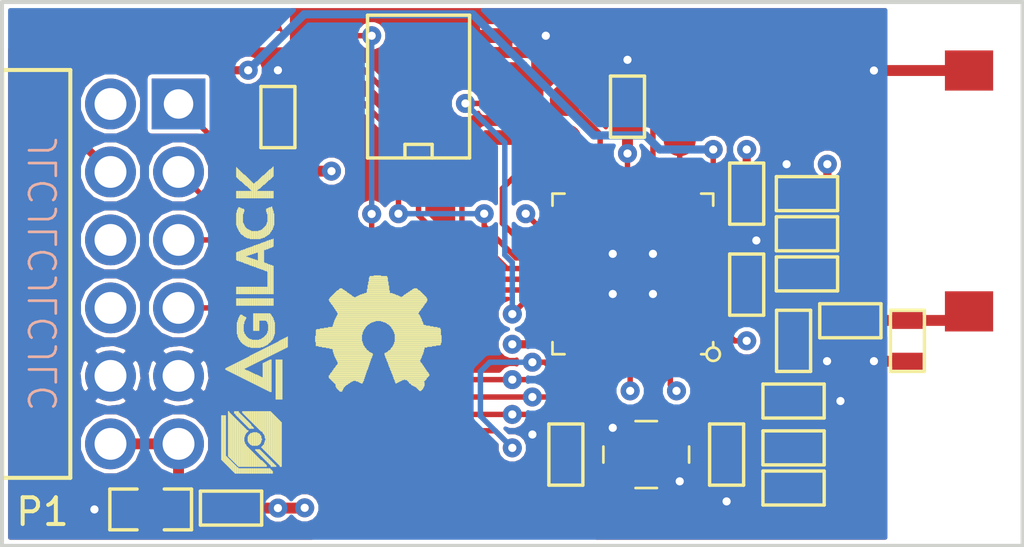
<source format=kicad_pcb>
(kicad_pcb (version 20171130) (host pcbnew 5.0.2)
  (title_block (title "PMOD Wifi ESP32") (date 2020-07-20) (rev 1) (company Agilack) (comment 1 "License: CC-by-SA 2.0"))
  (layers (0 F.Cu signal) (1 In1.Cu signal) (2 In2.Cu signal) (31 B.Cu signal) (34 B.Paste user) (35 F.Paste user) (36 B.SilkS user) (37 F.SilkS user) (38 B.Mask user) (39 F.Mask user) (44 Edge.Cuts user))
  (net 0 "")
  (net 1 "Net-(P1-Pad9)")
  (net 2 "Net-(P1-Pad10)")
  (net 3 "Net-(A1-Pad1)")
  (net 4 GND)
  (net 5 PMOD_CTS)
  (net 6 PMOD_TXD)
  (net 7 PMOD_RXD)
  (net 8 PMOD_RTS)
  (net 9 VCC)
  (net 10 PMOD_IRQ)
  (net 11 PMOD_RST)
  (net 12 +3.3V)
  (net 13 "Net-(C4-Pad1)")
  (net 14 "Net-(C8-Pad1)")
  (net 15 "Net-(U1-Pad5)")
  (net 16 "Net-(U1-Pad6)")
  (net 17 "Net-(U1-Pad7)")
  (net 18 "Net-(U1-Pad8)")
  (net 19 "Net-(U1-Pad10)")
  (net 20 "Net-(U1-Pad11)")
  (net 21 "Net-(U1-Pad12)")
  (net 22 "Net-(U1-Pad13)")
  (net 23 "Net-(U1-Pad14)")
  (net 24 "Net-(U1-Pad15)")
  (net 25 "Net-(U1-Pad16)")
  (net 26 "Net-(TP1-Pad1)")
  (net 27 "Net-(TP2-Pad1)")
  (net 28 "Net-(TP3-Pad1)")
  (net 29 "Net-(TP4-Pad1)")
  (net 30 "Net-(U1-Pad22)")
  (net 31 "Net-(U1-Pad23)")
  (net 32 "Net-(U1-Pad24)")
  (net 33 "Net-(U1-Pad25)")
  (net 34 +VMEM)
  (net 35 "Net-(U1-Pad27)")
  (net 36 FL_D2)
  (net 37 FL_D3)
  (net 38 FL_SCS)
  (net 39 FL_SCK)
  (net 40 FL_D0)
  (net 41 FL_D1)
  (net 42 "Net-(U1-Pad34)")
  (net 43 "Net-(U1-Pad35)")
  (net 44 "Net-(U1-Pad36)")
  (net 45 "Net-(U1-Pad42)")
  (net 46 "Net-(C7-Pad1)")
  (net 47 "Net-(C6-Pad1)")
  (net 48 "Net-(C3-Pad1)")
  (net 49 "Net-(C2-Pad1)")
  (module pmod-wifi-esp32:QFN48-04 (layer F.Cu) (at 153 105 180)
    (fp_text reference U1 hide)
    (fp_text value ESP32 hide)
    (pad 48 smd rect (at -2.2 -2.9) (size 0.25 0.75) (layers F.Cu F.Paste F.Mask) (net 49 "Net-(C2-Pad1)"))
    (pad 47 smd rect (at -1.8 -2.9) (size 0.25 0.75) (layers F.Cu F.Paste F.Mask) (net 48 "Net-(C3-Pad1)"))
    (pad 46 smd rect (at -1.4 -2.9) (size 0.25 0.75) (layers F.Cu F.Paste F.Mask) (net 12 +3.3V))
    (pad 45 smd rect (at -1 -2.9) (size 0.25 0.75) (layers F.Cu F.Paste F.Mask) (net 47 "Net-(C6-Pad1)"))
    (pad 44 smd rect (at -0.6 -2.9) (size 0.25 0.75) (layers F.Cu F.Paste F.Mask) (net 46 "Net-(C7-Pad1)"))
    (pad 43 smd rect (at -0.2 -2.9) (size 0.25 0.75) (layers F.Cu F.Paste F.Mask) (net 12 +3.3V))
    (pad 42 smd rect (at 0.2 -2.9) (size 0.25 0.75) (layers F.Cu F.Paste F.Mask) (net 45 "Net-(U1-Pad42)"))
    (pad 41 smd rect (at 0.6 -2.9) (size 0.25 0.75) (layers F.Cu F.Paste F.Mask) (net 7 PMOD_RXD))
    (pad 40 smd rect (at 1 -2.9) (size 0.25 0.75) (layers F.Cu F.Paste F.Mask) (net 6 PMOD_TXD))
    (pad 39 smd rect (at 1.4 -2.9) (size 0.25 0.75) (layers F.Cu F.Paste F.Mask) (net 5 PMOD_CTS))
    (pad 38 smd rect (at 1.8 -2.9) (size 0.25 0.75) (layers F.Cu F.Paste F.Mask) (net 8 PMOD_RTS))
    (pad 37 smd rect (at 2.2 -2.9) (size 0.25 0.75) (layers F.Cu F.Paste F.Mask) (net 12 +3.3V))
    (pad 36 smd rect (at 2.9 -2.2 90) (size 0.25 0.75) (layers F.Cu F.Paste F.Mask) (net 44 "Net-(U1-Pad36)"))
    (pad 35 smd rect (at 2.9 -1.8 90) (size 0.25 0.75) (layers F.Cu F.Paste F.Mask) (net 43 "Net-(U1-Pad35)"))
    (pad 34 smd rect (at 2.9 -1.4 90) (size 0.25 0.75) (layers F.Cu F.Paste F.Mask) (net 42 "Net-(U1-Pad34)"))
    (pad 33 smd rect (at 2.9 -1 90) (size 0.25 0.75) (layers F.Cu F.Paste F.Mask) (net 41 FL_D1))
    (pad 32 smd rect (at 2.9 -0.6 90) (size 0.25 0.75) (layers F.Cu F.Paste F.Mask) (net 40 FL_D0))
    (pad 31 smd rect (at 2.9 -0.2 90) (size 0.25 0.75) (layers F.Cu F.Paste F.Mask) (net 39 FL_SCK))
    (pad 30 smd rect (at 2.9 0.2 90) (size 0.25 0.75) (layers F.Cu F.Paste F.Mask) (net 38 FL_SCS))
    (pad 29 smd rect (at 2.9 0.6 90) (size 0.25 0.75) (layers F.Cu F.Paste F.Mask) (net 37 FL_D3))
    (pad 28 smd rect (at 2.9 1 90) (size 0.25 0.75) (layers F.Cu F.Paste F.Mask) (net 36 FL_D2))
    (pad 27 smd rect (at 2.9 1.4 90) (size 0.25 0.75) (layers F.Cu F.Paste F.Mask) (net 35 "Net-(U1-Pad27)"))
    (pad 26 smd rect (at 2.9 1.8 90) (size 0.25 0.75) (layers F.Cu F.Paste F.Mask) (net 34 +VMEM))
    (pad 25 smd rect (at 2.9 2.2 90) (size 0.25 0.75) (layers F.Cu F.Paste F.Mask) (net 33 "Net-(U1-Pad25)"))
    (pad 24 smd rect (at 2.2 2.9 180) (size 0.25 0.75) (layers F.Cu F.Paste F.Mask) (net 32 "Net-(U1-Pad24)"))
    (pad 23 smd rect (at 1.8 2.9 180) (size 0.25 0.75) (layers F.Cu F.Paste F.Mask) (net 31 "Net-(U1-Pad23)"))
    (pad 22 smd rect (at 1.4 2.9 180) (size 0.25 0.75) (layers F.Cu F.Paste F.Mask) (net 30 "Net-(U1-Pad22)"))
    (pad 21 smd rect (at 1 2.9 180) (size 0.25 0.75) (layers F.Cu F.Paste F.Mask) (net 29 "Net-(TP4-Pad1)"))
    (pad 20 smd rect (at 0.6 2.9 180) (size 0.25 0.75) (layers F.Cu F.Paste F.Mask) (net 28 "Net-(TP3-Pad1)"))
    (pad 19 smd rect (at 0.2 2.9 180) (size 0.25 0.75) (layers F.Cu F.Paste F.Mask) (net 12 +3.3V))
    (pad 18 smd rect (at -0.2 2.9 180) (size 0.25 0.75) (layers F.Cu F.Paste F.Mask) (net 27 "Net-(TP2-Pad1)"))
    (pad 17 smd rect (at -0.6 2.9 180) (size 0.25 0.75) (layers F.Cu F.Paste F.Mask) (net 26 "Net-(TP1-Pad1)"))
    (pad 16 smd rect (at -1 2.9 180) (size 0.25 0.75) (layers F.Cu F.Paste F.Mask) (net 25 "Net-(U1-Pad16)"))
    (pad 15 smd rect (at -1.4 2.9 180) (size 0.25 0.75) (layers F.Cu F.Paste F.Mask) (net 24 "Net-(U1-Pad15)"))
    (pad 14 smd rect (at -1.8 2.9 180) (size 0.25 0.75) (layers F.Cu F.Paste F.Mask) (net 23 "Net-(U1-Pad14)"))
    (pad 13 smd rect (at -2.2 2.9 180) (size 0.25 0.75) (layers F.Cu F.Paste F.Mask) (net 22 "Net-(U1-Pad13)"))
    (pad 12 smd rect (at -2.9 2.2 270) (size 0.25 0.75) (layers F.Cu F.Paste F.Mask) (net 21 "Net-(U1-Pad12)"))
    (pad 11 smd rect (at -2.9 1.8 270) (size 0.25 0.75) (layers F.Cu F.Paste F.Mask) (net 20 "Net-(U1-Pad11)"))
    (pad 10 smd rect (at -2.9 1.4 270) (size 0.25 0.75) (layers F.Cu F.Paste F.Mask) (net 19 "Net-(U1-Pad10)"))
    (pad 9 smd rect (at -2.9 1 270) (size 0.25 0.75) (layers F.Cu F.Paste F.Mask) (net 11 PMOD_RST))
    (pad 8 smd rect (at -2.9 0.6 270) (size 0.25 0.75) (layers F.Cu F.Paste F.Mask) (net 18 "Net-(U1-Pad8)"))
    (pad 7 smd rect (at -2.9 0.2 270) (size 0.25 0.75) (layers F.Cu F.Paste F.Mask) (net 17 "Net-(U1-Pad7)"))
    (pad 6 smd rect (at -2.9 -0.2 270) (size 0.25 0.75) (layers F.Cu F.Paste F.Mask) (net 16 "Net-(U1-Pad6)"))
    (pad 5 smd rect (at -2.9 -0.6 270) (size 0.25 0.75) (layers F.Cu F.Paste F.Mask) (net 15 "Net-(U1-Pad5)"))
    (pad 4 smd rect (at -2.9 -1 270) (size 0.25 0.75) (layers F.Cu F.Paste F.Mask) (net 14 "Net-(C8-Pad1)"))
    (pad 3 smd rect (at -2.9 -1.4 270) (size 0.25 0.75) (layers F.Cu F.Paste F.Mask) (net 14 "Net-(C8-Pad1)"))
    (pad 2 smd rect (at -2.9 -1.8 270) (size 0.25 0.75) (layers F.Cu F.Paste F.Mask) (net 13 "Net-(C4-Pad1)"))
    (pad 1 smd rect (at -2.9 -2.2 270) (size 0.25 0.75) (layers F.Cu F.Paste F.Mask) (net 12 +3.3V))
    (pad PAD smd rect (at -0.75 -0.75 180) (size 1.5 1.5) (layers F.Cu F.Paste F.Mask) (net 4 GND))
    (pad PAD smd rect (at 0.75 -0.75 180) (size 1.5 1.5) (layers F.Cu F.Paste F.Mask) (net 4 GND))
    (pad PAD smd rect (at -0.75 0.75 180) (size 1.5 1.5) (layers F.Cu F.Paste F.Mask) (net 4 GND))
    (pad PAD smd rect (at 0.75 0.75 180) (size 1.5 1.5) (layers F.Cu F.Paste F.Mask) (net 4 GND))
  )
  (module pmod-wifi-esp32:CONN_PMOD-Male (layer F.Cu) (at 133.5 105 90)
    (fp_text reference P1 (at -8.89 -2.54 180) (layer F.SilkS))
    (fp_text value PMOD)
    (pad 1 thru_hole rect (at 6.35 2.54 90) (size 1.9 2) (drill 1.1) (layers *.Cu *.Mask) (net 5 PMOD_CTS))
    (pad 2 thru_hole circle (at 3.81 2.54 90) (size 1.9 1.9) (drill 1.19) (layers *.Cu *.Mask) (net 6 PMOD_TXD))
    (pad 3 thru_hole circle (at 1.27 2.54 90) (size 1.9 1.9) (drill 1.19) (layers *.Cu *.Mask) (net 7 PMOD_RXD))
    (pad 4 thru_hole circle (at -1.27 2.54 90) (size 1.9 1.9) (drill 1.19) (layers *.Cu *.Mask) (net 8 PMOD_RTS))
    (pad 5 thru_hole circle (at -3.81 2.54 90) (size 1.9 1.9) (drill 1.19) (layers *.Cu *.Mask) (net 4 GND))
    (pad 6 thru_hole circle (at -6.35 2.54 90) (size 1.9 1.9) (drill 1.19) (layers *.Cu *.Mask) (net 9 VCC))
    (pad 7 thru_hole circle (at 6.35 0 90) (size 1.9 1.9) (drill 1.19) (layers *.Cu *.Mask) (net 10 PMOD_IRQ))
    (pad 8 thru_hole circle (at 3.81 0 90) (size 1.9 1.9) (drill 1.19) (layers *.Cu *.Mask) (net 11 PMOD_RST))
    (pad 9 thru_hole circle (at 1.27 0 90) (size 1.9 1.9) (drill 1.19) (layers *.Cu *.Mask) (net 1 "Net-(P1-Pad9)"))
    (pad 10 thru_hole circle (at -1.27 0 90) (size 1.9 1.9) (drill 1.19) (layers *.Cu *.Mask) (net 2 "Net-(P1-Pad10)"))
    (pad 11 thru_hole circle (at -3.81 0 90) (size 1.9 1.9) (drill 1.19) (layers *.Cu *.Mask) (net 4 GND))
    (pad 12 thru_hole circle (at -6.35 0 90) (size 1.9 1.9) (drill 1.19) (layers *.Cu *.Mask) (net 9 VCC))
  )
  (module pmod-wifi-esp32:ANT_7488910245 (layer F.Cu) (at 165.55 101.9 90)
    (fp_text reference A1 hide)
    (fp_text value ANTENNA hide)
    (pad 1 smd rect (at -4.5 0 90) (size 1.5 1.8) (layers F.Cu F.Paste F.Mask) (net 3 "Net-(A1-Pad1)"))
    (pad 0 smd rect (at 4.5 0 90) (size 1.5 1.8) (layers F.Cu F.Paste F.Mask) (net 4 GND))
  )
  (module pmod-wifi-esp32:SMD0603 (layer F.Cu) (at 159 107.5 270)
    (fp_text reference C4 hide)
    (fp_text value C hide)
    (pad 1 smd rect (at -0.762 0 270) (size 0.635 1.143) (layers F.Cu F.Paste F.Mask) (net 13 "Net-(C4-Pad1)"))
    (pad 2 smd rect (at 0.762 0 270) (size 0.635 1.143) (layers F.Cu F.Paste F.Mask) (net 4 GND))
  )
  (module pmod-wifi-esp32:SMD0603 (layer F.Cu) (at 163.25 107.5 270)
    (fp_text reference C5 hide)
    (fp_text value C hide)
    (pad 1 smd rect (at -0.762 0 270) (size 0.635 1.143) (layers F.Cu F.Paste F.Mask) (net 3 "Net-(A1-Pad1)"))
    (pad 2 smd rect (at 0.762 0 270) (size 0.635 1.143) (layers F.Cu F.Paste F.Mask) (net 4 GND))
  )
  (module pmod-wifi-esp32:SMD0603 (layer F.Cu) (at 161.12 106.75)
    (fp_text reference L1 hide)
    (fp_text value INDUCTOR hide)
    (pad 2 smd rect (at 0.762 0) (size 0.635 1.143) (layers F.Cu F.Paste F.Mask) (net 3 "Net-(A1-Pad1)"))
    (pad 1 smd rect (at -0.762 0) (size 0.635 1.143) (layers F.Cu F.Paste F.Mask) (net 13 "Net-(C4-Pad1)"))
  )
  (module pmod-wifi-esp32:SMD0603 (layer F.Cu) (at 157.25 105.4 90)
    (fp_text reference C8 hide)
    (fp_text value 10nF hide)
    (pad 2 smd rect (at 0.762 0 90) (size 0.635 1.143) (layers F.Cu F.Paste F.Mask) (net 4 GND))
    (pad 1 smd rect (at -0.762 0 90) (size 0.635 1.143) (layers F.Cu F.Paste F.Mask) (net 14 "Net-(C8-Pad1)"))
  )
  (module pmod-wifi-esp32:SMD0603 (layer F.Cu) (at 159.5 102 180)
    (fp_text reference C9 hide)
    (fp_text value 1uF hide)
    (pad 1 smd rect (at -0.762 0 180) (size 0.635 1.143) (layers F.Cu F.Paste F.Mask) (net 12 +3.3V))
    (pad 2 smd rect (at 0.762 0 180) (size 0.635 1.143) (layers F.Cu F.Paste F.Mask) (net 4 GND))
  )
  (module pmod-wifi-esp32:SMD0603 (layer F.Cu) (at 159.5 103.5 180)
    (fp_text reference C10 hide)
    (fp_text value 100nF hide)
    (pad 2 smd rect (at 0.762 0 180) (size 0.635 1.143) (layers F.Cu F.Paste F.Mask) (net 4 GND))
    (pad 1 smd rect (at -0.762 0 180) (size 0.635 1.143) (layers F.Cu F.Paste F.Mask) (net 12 +3.3V))
  )
  (module pmod-wifi-esp32:SMD0603 (layer F.Cu) (at 159.5 105 180)
    (fp_text reference L2 hide)
    (fp_text value INDUCTOR hide)
    (pad 1 smd rect (at -0.762 0 180) (size 0.635 1.143) (layers F.Cu F.Paste F.Mask) (net 12 +3.3V))
    (pad 2 smd rect (at 0.762 0 180) (size 0.635 1.143) (layers F.Cu F.Paste F.Mask) (net 14 "Net-(C8-Pad1)"))
  )
  (module pmod-wifi-esp32:SMD0603 (layer F.Cu) (at 159 109.75)
    (fp_text reference C2 hide)
    (fp_text value 10nF hide)
    (pad 2 smd rect (at 0.762 0) (size 0.635 1.143) (layers F.Cu F.Paste F.Mask) (net 4 GND))
    (pad 1 smd rect (at -0.762 0) (size 0.635 1.143) (layers F.Cu F.Paste F.Mask) (net 49 "Net-(C2-Pad1)"))
  )
  (module pmod-wifi-esp32:SMD0603 (layer F.Cu) (at 159 111.5)
    (fp_text reference C3 hide)
    (fp_text value 3,3nF hide)
    (pad 1 smd rect (at -0.762 0) (size 0.635 1.143) (layers F.Cu F.Paste F.Mask) (net 48 "Net-(C3-Pad1)"))
    (pad 2 smd rect (at 0.762 0) (size 0.635 1.143) (layers F.Cu F.Paste F.Mask) (net 49 "Net-(C2-Pad1)"))
  )
  (module pmod-wifi-esp32:SMD0603 (layer F.Cu) (at 157.25 102 90)
    (fp_text reference R2 hide)
    (fp_text value 10k hide)
    (pad 1 smd rect (at -0.762 0 90) (size 0.635 1.143) (layers F.Cu F.Paste F.Mask) (net 11 PMOD_RST))
    (pad 2 smd rect (at 0.762 0 90) (size 0.635 1.143) (layers F.Cu F.Paste F.Mask) (net 12 +3.3V))
  )
  (module pmod-wifi-esp32:SMD0603 (layer F.Cu) (at 159 113)
    (fp_text reference R1 hide)
    (fp_text value 20k hide)
    (pad 1 smd rect (at -0.762 0) (size 0.635 1.143) (layers F.Cu F.Paste F.Mask) (net 48 "Net-(C3-Pad1)"))
    (pad 2 smd rect (at 0.762 0) (size 0.635 1.143) (layers F.Cu F.Paste F.Mask) (net 49 "Net-(C2-Pad1)"))
  )
  (module pmod-wifi-esp32:SMD0603 (layer F.Cu) (at 156.5 111.75 270)
    (fp_text reference C6 hide)
    (fp_text value 10pF hide)
    (pad 1 smd rect (at -0.762 0 270) (size 0.635 1.143) (layers F.Cu F.Paste F.Mask) (net 47 "Net-(C6-Pad1)"))
    (pad 2 smd rect (at 0.762 0 270) (size 0.635 1.143) (layers F.Cu F.Paste F.Mask) (net 4 GND))
  )
  (module pmod-wifi-esp32:SMD0603 (layer F.Cu) (at 150.5 111.75 90)
    (fp_text reference C7 hide)
    (fp_text value 10pF hide)
    (pad 2 smd rect (at 0.762 0 90) (size 0.635 1.143) (layers F.Cu F.Paste F.Mask) (net 4 GND))
    (pad 1 smd rect (at -0.762 0 90) (size 0.635 1.143) (layers F.Cu F.Paste F.Mask) (net 46 "Net-(C7-Pad1)"))
  )
  (module pmod-wifi-esp32:Q_3.2x2.5 (layer F.Cu) (at 153.5 111.75)
    (fp_text reference X1 hide)
    (fp_text value 40MHz hide)
    (pad 1 smd rect (at -1.25 1) (size 1.5 1.2) (layers F.Cu F.Paste F.Mask) (net 46 "Net-(C7-Pad1)"))
    (pad 2 smd rect (at 1.25 1) (size 1.5 1.2) (layers F.Cu F.Paste F.Mask) (net 4 GND))
    (pad 3 smd rect (at 1.25 -1) (size 1.5 1.2) (layers F.Cu F.Paste F.Mask) (net 47 "Net-(C6-Pad1)"))
    (pad 4 smd rect (at -1.25 -1) (size 1.5 1.2) (layers F.Cu F.Paste F.Mask) (net 4 GND))
  )
  (module pmod-wifi-esp32:SOIC-8 (layer F.Cu) (at 145 98 90)
    (fp_text reference U2 hide)
    (fp_text value M25P16-VME hide)
    (pad 8 smd rect (at -1.905 -3.25 90) (size 0.55 1.6) (layers F.Cu F.Paste F.Mask) (net 34 +VMEM))
    (pad 1 smd rect (at -1.905 3.25 90) (size 0.55 1.6) (layers F.Cu F.Paste F.Mask) (net 38 FL_SCS))
    (pad 7 smd rect (at -0.635 -3.25 90) (size 0.55 1.6) (layers F.Cu F.Paste F.Mask) (net 37 FL_D3))
    (pad 6 smd rect (at 0.635 -3.25 90) (size 0.55 1.6) (layers F.Cu F.Paste F.Mask) (net 39 FL_SCK))
    (pad 5 smd rect (at 1.905 -3.25 90) (size 0.55 1.6) (layers F.Cu F.Paste F.Mask) (net 40 FL_D0))
    (pad 2 smd rect (at -0.635 3.25 90) (size 0.55 1.6) (layers F.Cu F.Paste F.Mask) (net 41 FL_D1))
    (pad 3 smd rect (at 0.635 3.25 90) (size 0.55 1.6) (layers F.Cu F.Paste F.Mask) (net 36 FL_D2))
    (pad 4 smd rect (at 1.905 3.25 90) (size 0.55 1.6) (layers F.Cu F.Paste F.Mask) (net 4 GND))
  )
  (module pmod-wifi-esp32:SMD0805 (layer F.Cu) (at 135 113.8 180)
    (fp_text reference C1 hide)
    (fp_text value 10uF hide)
    (pad 1 smd rect (at -0.9525 0 180) (size 0.889 1.397) (layers F.Cu F.Paste F.Mask) (net 9 VCC))
    (pad 2 smd rect (at 0.9525 0 180) (size 0.889 1.397) (layers F.Cu F.Paste F.Mask) (net 4 GND))
  )
  (module pmod-wifi-esp32:SMD0603 (layer F.Cu) (at 139.75 99.14 90)
    (fp_text reference C11 hide)
    (fp_text value 100nF hide)
    (pad 2 smd rect (at 0.762 0 90) (size 0.635 1.143) (layers F.Cu F.Paste F.Mask) (net 4 GND))
    (pad 1 smd rect (at -0.762 0 90) (size 0.635 1.143) (layers F.Cu F.Paste F.Mask) (net 34 +VMEM))
  )
  (module pmod-wifi-esp32:SMD0603 (layer F.Cu) (at 138 113.75)
    (fp_text reference FB1 hide)
    (fp_text value FB120 hide)
    (pad 1 smd rect (at -0.762 0) (size 0.635 1.143) (layers F.Cu F.Paste F.Mask) (net 9 VCC))
    (pad 2 smd rect (at 0.762 0) (size 0.635 1.143) (layers F.Cu F.Paste F.Mask) (net 12 +3.3V))
  )
  (module pmod-wifi-esp32:TP_SMD (layer F.Cu) (at 154.75 100)
    (fp_text reference TP1 hide)
    (fp_text value CONN_1 hide)
    (pad 1 smd circle (at 0 0) (size 1.19888 1.19888) (layers F.Cu F.Paste F.Mask) (net 26 "Net-(TP1-Pad1)"))
  )
  (module pmod-wifi-esp32:TP_SMD (layer F.Cu) (at 154.75 98.5)
    (fp_text reference TP2 hide)
    (fp_text value CONN_1 hide)
    (pad 1 smd circle (at 0 0) (size 1.19888 1.19888) (layers F.Cu F.Paste F.Mask) (net 27 "Net-(TP2-Pad1)"))
  )
  (module pmod-wifi-esp32:TP_SMD (layer F.Cu) (at 150.5 98.5)
    (fp_text reference TP3 hide)
    (fp_text value CONN_1 hide)
    (pad 1 smd circle (at 0 0) (size 1.19888 1.19888) (layers F.Cu F.Paste F.Mask) (net 28 "Net-(TP3-Pad1)"))
  )
  (module pmod-wifi-esp32:TP_SMD (layer F.Cu) (at 150.5 100)
    (fp_text reference TP4 hide)
    (fp_text value CONN_1 hide)
    (pad 1 smd circle (at 0 0) (size 1.19888 1.19888) (layers F.Cu F.Paste F.Mask) (net 29 "Net-(TP4-Pad1)"))
  )
  (module pmod-wifi-esp32:SMD0603 (layer F.Cu) (at 152.8 98.75 90)
    (fp_text reference C12 hide)
    (fp_text value 100nF hide)
    (pad 1 smd rect (at -0.762 0 90) (size 0.635 1.143) (layers F.Cu F.Paste F.Mask) (net 12 +3.3V))
    (pad 2 smd rect (at 0.762 0 90) (size 0.635 1.143) (layers F.Cu F.Paste F.Mask) (net 4 GND))
  )
  (module pmod-wifi-esp32:logo-ohw (layer F.Cu) (at 143.5 107.38)
    (fp_text reference ohw_logo hide)
    (fp_text value VAL** hide)
  )
  (module pmod-wifi-esp32:logo-agilack-11.5 (layer F.Cu) (at 138.92 106.32 90)
    (fp_text reference agilack-11.5 hide)
    (fp_text value 450px hide)
  )
  (gr_text JLCJLCJLCJLC (at 131 105 90) (layer B.SilkS) (effects (font (size 1 1) (thickness 0.1016)) (justify mirror)))
  (gr_text "PMOD-ESP32 rev1" (at 141.25 114.25) (layer F.Cu) (effects (font (size 0.7112 0.7112) (thickness 0.1016)) (justify left)))
  (gr_text "Agilack CC-by-SA" (at 135 95.75) (layer F.Cu) (effects (font (size 0.7112 0.7112) (thickness 0.1016))))
  (gr_line (start 129.45 115.16) (end 129.45 94.84) (angle 90) (layer Edge.Cuts) (width 0.15))
  (gr_line (start 167.55 115.16) (end 129.45 115.16) (angle 90) (layer Edge.Cuts) (width 0.15))
  (gr_line (start 167.55 94.84) (end 167.55 115.16) (angle 90) (layer Edge.Cuts) (width 0.15))
  (gr_line (start 129.45 94.84) (end 167.55 94.84) (angle 90) (layer Edge.Cuts) (width 0.15))
  (segment (start 163.25 106.738) (end 161.894 106.738) (width 0.4064) (layer F.Cu) (net 3))
  (segment (start 161.894 106.738) (end 161.882 106.75) (width 0.4064) (layer F.Cu) (net 3))
  (segment (start 163.25 106.738) (end 165.212 106.738) (width 0.4064) (layer F.Cu) (net 3))
  (segment (start 165.212 106.738) (end 165.55 106.4) (width 0.4064) (layer F.Cu) (net 3))
  (via (at 152.25 110.75) (size 0.7112) (drill 0.3048) (layers F.Cu B.Cu) (net 4))
  (via (at 154.75 112.75) (size 0.7112) (drill 0.3048) (layers F.Cu B.Cu) (net 4))
  (segment (start 156.5 112.512) (end 154.988 112.512) (width 0.4064) (layer F.Cu) (net 4))
  (segment (start 154.988 112.512) (end 154.75 112.75) (width 0.4064) (layer F.Cu) (net 4))
  (segment (start 156.5 112.512) (end 156.5 113.5) (width 0.4064) (layer F.Cu) (net 4))
  (via (at 156.5 113.5) (size 0.7112) (drill 0.3048) (layers F.Cu B.Cu) (net 4))
  (segment (start 149.25 111) (end 150.488 111) (width 0.4064) (layer F.Cu) (net 4))
  (segment (start 150.488 111) (end 150.5 110.988) (width 0.4064) (layer F.Cu) (net 4))
  (segment (start 156.5 113.5) (end 149.9 113.5) (width 0.4064) (layer B.Cu) (net 4))
  (segment (start 149.9 113.5) (end 149.25 112.85) (width 0.4064) (layer B.Cu) (net 4))
  (segment (start 149.25 112.85) (end 149.25 111) (width 0.4064) (layer B.Cu) (net 4))
  (segment (start 150.5 110.988) (end 152.012 110.988) (width 0.4064) (layer F.Cu) (net 4))
  (segment (start 152.012 110.988) (end 152.25 110.75) (width 0.4064) (layer F.Cu) (net 4))
  (segment (start 159.762 109.75) (end 160.75 109.75) (width 0.4064) (layer F.Cu) (net 4))
  (via (at 160.75 109.75) (size 0.7112) (drill 0.3048) (layers F.Cu B.Cu) (net 4))
  (segment (start 156.5 113.5) (end 159.37 113.5) (width 0.4064) (layer B.Cu) (net 4))
  (segment (start 159.37 113.5) (end 160.75 112.12) (width 0.4064) (layer B.Cu) (net 4))
  (segment (start 160.75 112.12) (end 160.75 109.75) (width 0.4064) (layer B.Cu) (net 4))
  (segment (start 159 108.262) (end 160.248 108.262) (width 0.4064) (layer F.Cu) (net 4))
  (segment (start 160.248 108.262) (end 160.25 108.26) (width 0.4064) (layer F.Cu) (net 4))
  (via (at 160.25 108.26) (size 0.7112) (drill 0.3048) (layers F.Cu B.Cu) (net 4))
  (segment (start 163.25 108.262) (end 162.002 108.262) (width 0.4064) (layer F.Cu) (net 4))
  (segment (start 162.002 108.262) (end 162 108.26) (width 0.4064) (layer F.Cu) (net 4))
  (via (at 162 108.26) (size 0.7112) (drill 0.3048) (layers F.Cu B.Cu) (net 4))
  (segment (start 162 108.26) (end 160.25 108.26) (width 0.4064) (layer B.Cu) (net 4))
  (segment (start 160.25 108.26) (end 160.25 109.25) (width 0.4064) (layer B.Cu) (net 4))
  (segment (start 160.25 109.25) (end 160.75 109.75) (width 0.4064) (layer B.Cu) (net 4))
  (via (at 149.25 111) (size 0.7112) (drill 0.3048) (layers F.Cu B.Cu) (net 4))
  (segment (start 160.25 108.26) (end 160.25 106.39) (width 0.3048) (layer B.Cu) (net 4))
  (segment (start 160.25 106.39) (end 157.61 103.75) (width 0.3048) (layer B.Cu) (net 4))
  (via (at 157.61 103.75) (size 0.7112) (drill 0.3048) (layers F.Cu B.Cu) (net 4))
  (segment (start 157.61 103.75) (end 157.61 104.278) (width 0.3048) (layer F.Cu) (net 4))
  (segment (start 157.61 104.278) (end 157.25 104.638) (width 0.3048) (layer F.Cu) (net 4))
  (segment (start 157.61 103.75) (end 158.488 103.75) (width 0.3048) (layer F.Cu) (net 4))
  (segment (start 158.488 103.75) (end 158.738 103.5) (width 0.3048) (layer F.Cu) (net 4))
  (segment (start 158.738 103.5) (end 158.738 102) (width 0.4064) (layer F.Cu) (net 4))
  (segment (start 158.738 102) (end 158.738 100.902) (width 0.4064) (layer F.Cu) (net 4))
  (segment (start 158.738 100.902) (end 158.74 100.9) (width 0.4064) (layer F.Cu) (net 4))
  (via (at 158.74 100.9) (size 0.7112) (drill 0.3048) (layers F.Cu B.Cu) (net 4))
  (segment (start 158.74 100.9) (end 158.74 102.62) (width 0.4064) (layer B.Cu) (net 4))
  (segment (start 158.74 102.62) (end 157.61 103.75) (width 0.4064) (layer B.Cu) (net 4))
  (segment (start 148.25 96.095) (end 149.745 96.095) (width 0.3048) (layer F.Cu) (net 4))
  (segment (start 149.745 96.095) (end 149.75 96.1) (width 0.3048) (layer F.Cu) (net 4))
  (via (at 149.75 96.1) (size 0.7112) (drill 0.3048) (layers F.Cu B.Cu) (net 4))
  (segment (start 158.74 98.39) (end 158.74 100.9) (width 0.4064) (layer B.Cu) (net 4))
  (segment (start 134.0475 113.8) (end 132.9 113.8) (width 0.4064) (layer F.Cu) (net 4))
  (via (at 132.9 113.8) (size 0.7112) (drill 0.3048) (layers F.Cu B.Cu) (net 4))
  (segment (start 132.9 113.8) (end 132 112.9) (width 0.4064) (layer B.Cu) (net 4))
  (segment (start 132 112.9) (end 132 110.31) (width 0.4064) (layer B.Cu) (net 4))
  (segment (start 132 110.31) (end 133.5 108.81) (width 0.4064) (layer B.Cu) (net 4))
  (segment (start 133.5 108.81) (end 134.77 110.08) (width 0.4064) (layer B.Cu) (net 4))
  (segment (start 136.04 108.81) (end 134.77 110.08) (width 0.4064) (layer B.Cu) (net 4))
  (segment (start 139.75 98.378) (end 139.75 97.39) (width 0.4064) (layer F.Cu) (net 4))
  (via (at 139.75 97.39) (size 0.7112) (drill 0.3048) (layers F.Cu B.Cu) (net 4))
  (segment (start 139.75 97.39) (end 139.75 105.1) (width 0.4064) (layer B.Cu) (net 4))
  (segment (start 139.75 105.1) (end 136.04 108.81) (width 0.4064) (layer B.Cu) (net 4))
  (segment (start 149.25 112.85) (end 140.08 112.85) (width 0.4064) (layer B.Cu) (net 4))
  (segment (start 140.08 112.85) (end 136.04 108.81) (width 0.4064) (layer B.Cu) (net 4))
  (segment (start 152.8 97.988) (end 152.8 97) (width 0.4064) (layer F.Cu) (net 4))
  (via (at 152.8 97) (size 0.7112) (drill 0.3048) (layers F.Cu B.Cu) (net 4))
  (segment (start 149.75 96.1) (end 151.9 96.1) (width 0.4064) (layer B.Cu) (net 4))
  (segment (start 151.9 96.1) (end 152.8 97) (width 0.4064) (layer B.Cu) (net 4))
  (segment (start 152.8 97) (end 157.35 97) (width 0.4064) (layer B.Cu) (net 4))
  (segment (start 157.35 97) (end 158.74 98.39) (width 0.4064) (layer B.Cu) (net 4))
  (segment (start 165.55 97.4) (end 162 97.4) (width 0.4064) (layer F.Cu) (net 4))
  (via (at 162 97.4) (size 0.7112) (drill 0.3048) (layers F.Cu B.Cu) (net 4))
  (segment (start 162 97.4) (end 159.73 97.4) (width 0.4064) (layer B.Cu) (net 4))
  (segment (start 159.73 97.4) (end 158.74 98.39) (width 0.4064) (layer B.Cu) (net 4))
  (via (at 152.25 104.25) (size 0.7112) (drill 0.3048) (layers F.Cu B.Cu) (net 4))
  (via (at 152.25 105.75) (size 0.7112) (drill 0.3048) (layers F.Cu B.Cu) (net 4))
  (via (at 153.75 104.25) (size 0.7112) (drill 0.3048) (layers F.Cu B.Cu) (net 4))
  (via (at 153.75 105.75) (size 0.7112) (drill 0.3048) (layers F.Cu B.Cu) (net 4))
  (segment (start 152.25 105.75) (end 153.75 105.75) (width 0.3048) (layer B.Cu) (net 4))
  (segment (start 152.25 105.75) (end 152.25 104.25) (width 0.3048) (layer B.Cu) (net 4))
  (segment (start 152.25 104.25) (end 153.75 104.25) (width 0.3048) (layer B.Cu) (net 4))
  (segment (start 157.61 103.75) (end 155.48 103.75) (width 0.3048) (layer B.Cu) (net 4))
  (segment (start 155.48 103.75) (end 154.98 104.25) (width 0.3048) (layer B.Cu) (net 4))
  (segment (start 154.98 104.25) (end 153.75 104.25) (width 0.3048) (layer B.Cu) (net 4))
  (segment (start 151.6 107.9) (end 151.6 108.65) (width 0.2032) (layer F.Cu) (net 5))
  (segment (start 151.6 108.65) (end 151.13 109.12) (width 0.2032) (layer F.Cu) (net 5))
  (segment (start 151.13 109.12) (end 149.74 109.12) (width 0.2032) (layer F.Cu) (net 5))
  (segment (start 149.74 109.12) (end 149.57 108.95) (width 0.2032) (layer F.Cu) (net 5))
  (segment (start 149.57 108.95) (end 148.5 108.95) (width 0.2032) (layer F.Cu) (net 5))
  (via (at 148.5 108.95) (size 0.7112) (drill 0.3048) (layers F.Cu B.Cu) (net 5))
  (segment (start 148.5 108.95) (end 144.35 108.95) (width 0.2032) (layer F.Cu) (net 5))
  (segment (start 144.35 108.95) (end 138.11 102.71) (width 0.2032) (layer F.Cu) (net 5))
  (segment (start 138.11 102.71) (end 138.11 100.72) (width 0.2032) (layer F.Cu) (net 5))
  (segment (start 138.11 100.72) (end 136.04 98.65) (width 0.2032) (layer F.Cu) (net 5))
  (segment (start 152 107.9) (end 152 108.77) (width 0.2032) (layer F.Cu) (net 6))
  (segment (start 152 108.77) (end 151.28 109.49) (width 0.2032) (layer F.Cu) (net 6))
  (segment (start 151.28 109.49) (end 150.4 109.49) (width 0.2032) (layer F.Cu) (net 6))
  (segment (start 150.4 109.49) (end 150.29 109.6) (width 0.2032) (layer F.Cu) (net 6))
  (segment (start 150.29 109.6) (end 149.25 109.6) (width 0.2032) (layer F.Cu) (net 6))
  (via (at 149.25 109.6) (size 0.7112) (drill 0.3048) (layers F.Cu B.Cu) (net 6))
  (segment (start 149.25 109.6) (end 144.13 109.6) (width 0.2032) (layer F.Cu) (net 6))
  (segment (start 144.13 109.6) (end 137.5 102.97) (width 0.2032) (layer F.Cu) (net 6))
  (segment (start 137.5 102.97) (end 137.5 102.65) (width 0.2032) (layer F.Cu) (net 6))
  (segment (start 137.5 102.65) (end 136.04 101.19) (width 0.2032) (layer F.Cu) (net 6))
  (segment (start 152.4 107.9) (end 152.4 108.89) (width 0.2032) (layer F.Cu) (net 7))
  (segment (start 152.4 108.89) (end 151.4 109.89) (width 0.2032) (layer F.Cu) (net 7))
  (segment (start 151.4 109.89) (end 150.78 109.89) (width 0.2032) (layer F.Cu) (net 7))
  (segment (start 150.78 109.89) (end 150.42 110.25) (width 0.2032) (layer F.Cu) (net 7))
  (segment (start 150.42 110.25) (end 148.5 110.25) (width 0.2032) (layer F.Cu) (net 7))
  (via (at 148.5 110.25) (size 0.7112) (drill 0.3048) (layers F.Cu B.Cu) (net 7))
  (segment (start 136.04 103.73) (end 137.4 103.73) (width 0.2032) (layer F.Cu) (net 7))
  (segment (start 137.4 103.73) (end 143.92 110.25) (width 0.2032) (layer F.Cu) (net 7))
  (segment (start 143.92 110.25) (end 148.5 110.25) (width 0.2032) (layer F.Cu) (net 7))
  (segment (start 151.2 107.9) (end 151.2 108.53) (width 0.2032) (layer F.Cu) (net 8))
  (segment (start 151.2 108.53) (end 150.98 108.75) (width 0.2032) (layer F.Cu) (net 8))
  (segment (start 150.98 108.75) (end 150.17 108.75) (width 0.2032) (layer F.Cu) (net 8))
  (segment (start 150.17 108.75) (end 149.72 108.3) (width 0.2032) (layer F.Cu) (net 8))
  (segment (start 149.72 108.3) (end 149.25 108.3) (width 0.2032) (layer F.Cu) (net 8))
  (via (at 149.25 108.3) (size 0.7112) (drill 0.3048) (layers F.Cu B.Cu) (net 8))
  (segment (start 149.25 108.3) (end 147.66 108.3) (width 0.2032) (layer B.Cu) (net 8))
  (segment (start 147.66 108.3) (end 147.31 108.65) (width 0.2032) (layer B.Cu) (net 8))
  (segment (start 147.31 108.65) (end 147.31 110.31) (width 0.2032) (layer B.Cu) (net 8))
  (segment (start 147.31 110.31) (end 148.5 111.5) (width 0.2032) (layer B.Cu) (net 8))
  (via (at 148.5 111.5) (size 0.7112) (drill 0.3048) (layers F.Cu B.Cu) (net 8))
  (segment (start 148.5 111.5) (end 147.86 110.86) (width 0.2032) (layer F.Cu) (net 8))
  (segment (start 147.86 110.86) (end 143.66 110.86) (width 0.2032) (layer F.Cu) (net 8))
  (segment (start 143.66 110.86) (end 139.07 106.27) (width 0.2032) (layer F.Cu) (net 8))
  (segment (start 139.07 106.27) (end 136.04 106.27) (width 0.2032) (layer F.Cu) (net 8))
  (segment (start 133.5 111.35) (end 136.04 111.35) (width 0.4064) (layer F.Cu) (net 9))
  (segment (start 136.04 111.35) (end 136.04 113.7125) (width 0.4064) (layer F.Cu) (net 9))
  (segment (start 136.04 113.7125) (end 135.9525 113.8) (width 0.4064) (layer F.Cu) (net 9))
  (segment (start 137.238 113.75) (end 136.0025 113.75) (width 0.4064) (layer F.Cu) (net 9))
  (segment (start 136.0025 113.75) (end 135.9525 113.8) (width 0.4064) (layer F.Cu) (net 9))
  (segment (start 155.9 104) (end 156.53 104) (width 0.2032) (layer F.Cu) (net 11))
  (segment (start 156.53 104) (end 156.86 103.67) (width 0.2032) (layer F.Cu) (net 11))
  (segment (start 156.86 103.67) (end 156.86 103.152) (width 0.2032) (layer F.Cu) (net 11))
  (segment (start 156.86 103.152) (end 157.25 102.762) (width 0.2032) (layer F.Cu) (net 11))
  (segment (start 157.25 102.762) (end 157.25 102.19) (width 0.2032) (layer F.Cu) (net 11))
  (segment (start 157.25 102.19) (end 157.06 102) (width 0.2032) (layer F.Cu) (net 11))
  (segment (start 157.06 102) (end 156.44 102) (width 0.2032) (layer F.Cu) (net 11))
  (segment (start 156.44 102) (end 156 101.56) (width 0.2032) (layer F.Cu) (net 11))
  (segment (start 156 101.56) (end 156 100.35) (width 0.2032) (layer F.Cu) (net 11))
  (via (at 156 100.35) (size 0.7112) (drill 0.3048) (layers F.Cu B.Cu) (net 11))
  (segment (start 133.5 101.19) (end 131.75 99.44) (width 0.3048) (layer F.Cu) (net 11))
  (segment (start 131.75 99.44) (end 131.75 97.92) (width 0.3048) (layer F.Cu) (net 11))
  (via (at 138.64 97.39) (size 0.7112) (drill 0.3048) (layers F.Cu B.Cu) (net 11))
  (segment (start 138.64 97.39) (end 140.73 95.3) (width 0.3048) (layer B.Cu) (net 11))
  (segment (start 140.73 95.3) (end 147.02 95.3) (width 0.3048) (layer B.Cu) (net 11))
  (segment (start 147.02 95.3) (end 151.545 99.825) (width 0.3048) (layer B.Cu) (net 11))
  (segment (start 154 100.35) (end 156 100.35) (width 0.3048) (layer B.Cu) (net 11))
  (segment (start 151.545 99.825) (end 153.475 99.825) (width 0.3048) (layer B.Cu) (net 11))
  (segment (start 153.475 99.825) (end 154 100.35) (width 0.3048) (layer B.Cu) (net 11))
  (segment (start 138.64 97.39) (end 137.9 97.39) (width 0.3048) (layer F.Cu) (net 11))
  (segment (start 137.9 97.39) (end 137.6 97.09) (width 0.3048) (layer F.Cu) (net 11))
  (segment (start 137.6 97.09) (end 132.58 97.09) (width 0.3048) (layer F.Cu) (net 11))
  (segment (start 132.58 97.09) (end 131.75 97.92) (width 0.3048) (layer F.Cu) (net 11))
  (segment (start 153.2 107.9) (end 153.2 108.53) (width 0.2032) (layer F.Cu) (net 12))
  (segment (start 153.2 108.53) (end 152.9 108.83) (width 0.2032) (layer F.Cu) (net 12))
  (via (at 154.63 109.37) (size 0.7112) (drill 0.3048) (layers F.Cu B.Cu) (net 12))
  (segment (start 154.4 107.9) (end 154.4 109.14) (width 0.2032) (layer F.Cu) (net 12))
  (segment (start 154.4 109.14) (end 154.63 109.37) (width 0.2032) (layer F.Cu) (net 12))
  (via (at 152.9 109.37) (size 0.7112) (drill 0.3048) (layers F.Cu B.Cu) (net 12))
  (segment (start 152.9 108.83) (end 152.9 109.37) (width 0.2032) (layer F.Cu) (net 12))
  (segment (start 150.8 107.9) (end 150.42 107.9) (width 0.2032) (layer F.Cu) (net 12))
  (segment (start 150.42 107.9) (end 149.89 107.9) (width 0.3048) (layer F.Cu) (net 12))
  (segment (start 149.89 107.9) (end 149.62 107.63) (width 0.3048) (layer F.Cu) (net 12))
  (segment (start 149.62 107.63) (end 148.5 107.63) (width 0.3048) (layer F.Cu) (net 12))
  (via (at 148.5 107.63) (size 0.7112) (drill 0.3048) (layers F.Cu B.Cu) (net 12))
  (segment (start 160.262 103.5) (end 160.262 102) (width 0.4064) (layer F.Cu) (net 12))
  (segment (start 160.262 105) (end 160.262 103.5) (width 0.4064) (layer F.Cu) (net 12))
  (segment (start 160.262 102) (end 160.262 100.902) (width 0.3048) (layer F.Cu) (net 12))
  (segment (start 160.262 100.902) (end 160.26 100.9) (width 0.3048) (layer F.Cu) (net 12))
  (via (at 160.26 100.9) (size 0.7112) (drill 0.3048) (layers F.Cu B.Cu) (net 12))
  (segment (start 157.25 101.238) (end 157.25 100.35) (width 0.3048) (layer F.Cu) (net 12))
  (via (at 157.25 100.35) (size 0.7112) (drill 0.3048) (layers F.Cu B.Cu) (net 12))
  (via (at 139.75 113.75) (size 0.7112) (drill 0.3048) (layers F.Cu B.Cu) (net 12))
  (segment (start 138.762 113.75) (end 139.75 113.75) (width 0.4064) (layer F.Cu) (net 12))
  (segment (start 139.75 113.75) (end 140.74 113.75) (width 0.4064) (layer F.Cu) (net 12))
  (segment (start 140.74 113.75) (end 140.75 113.74) (width 0.4064) (layer F.Cu) (net 12))
  (via (at 140.75 113.74) (size 0.7112) (drill 0.3048) (layers F.Cu B.Cu) (net 12))
  (via (at 152.8 100.5) (size 0.7112) (drill 0.3048) (layers F.Cu B.Cu) (net 12))
  (segment (start 152.8 102.1) (end 152.8 100.5) (width 0.2032) (layer F.Cu) (net 12))
  (segment (start 152.8 100.5) (end 152.8 99.512) (width 0.4064) (layer F.Cu) (net 12))
  (segment (start 155.9 107.2) (end 156.5 107.2) (width 0.2032) (layer F.Cu) (net 12))
  (segment (start 156.5 107.2) (end 156.8 107.5) (width 0.2032) (layer F.Cu) (net 12))
  (segment (start 156.8 107.5) (end 157.25 107.5) (width 0.2032) (layer F.Cu) (net 12))
  (via (at 157.25 107.5) (size 0.7112) (drill 0.3048) (layers F.Cu B.Cu) (net 12))
  (segment (start 159 106.738) (end 160.346 106.738) (width 0.4064) (layer F.Cu) (net 13))
  (segment (start 160.346 106.738) (end 160.358 106.75) (width 0.4064) (layer F.Cu) (net 13))
  (segment (start 155.9 106.8) (end 158.938 106.8) (width 0.2032) (layer F.Cu) (net 13))
  (segment (start 158.938 106.8) (end 159 106.738) (width 0.2032) (layer F.Cu) (net 13))
  (segment (start 155.9 106.4) (end 157.012 106.4) (width 0.2032) (layer F.Cu) (net 14))
  (segment (start 157.012 106.4) (end 157.25 106.162) (width 0.2032) (layer F.Cu) (net 14))
  (segment (start 155.9 106) (end 157.088 106) (width 0.2032) (layer F.Cu) (net 14))
  (segment (start 157.088 106) (end 157.25 106.162) (width 0.2032) (layer F.Cu) (net 14))
  (segment (start 158.738 105) (end 158.66 105) (width 0.3048) (layer F.Cu) (net 14))
  (segment (start 158.66 105) (end 157.498 106.162) (width 0.3048) (layer F.Cu) (net 14))
  (segment (start 157.498 106.162) (end 157.25 106.162) (width 0.3048) (layer F.Cu) (net 14))
  (segment (start 153.6 102.1) (end 153.6 101.5) (width 0.2032) (layer F.Cu) (net 26))
  (segment (start 154.75 100) (end 154.75 100.86) (width 0.2032) (layer F.Cu) (net 26))
  (segment (start 154.75 100.86) (end 154.53 101.08) (width 0.2032) (layer F.Cu) (net 26))
  (segment (start 154.53 101.08) (end 154.02 101.08) (width 0.2032) (layer F.Cu) (net 26))
  (segment (start 154.02 101.08) (end 153.6 101.5) (width 0.2032) (layer F.Cu) (net 26))
  (segment (start 153.2 102.1) (end 153.2 101.19) (width 0.2032) (layer F.Cu) (net 27))
  (segment (start 153.2 101.19) (end 153.75 100.64) (width 0.2032) (layer F.Cu) (net 27))
  (segment (start 153.75 100.64) (end 153.75 99.5) (width 0.2032) (layer F.Cu) (net 27))
  (segment (start 153.75 99.5) (end 154.75 98.5) (width 0.2032) (layer F.Cu) (net 27))
  (segment (start 151.78 99.78) (end 150.5 98.5) (width 0.2032) (layer F.Cu) (net 28))
  (segment (start 152.4 102.1) (end 152.4 101.19) (width 0.2032) (layer F.Cu) (net 28))
  (segment (start 152.4 101.19) (end 151.78 100.57) (width 0.2032) (layer F.Cu) (net 28))
  (segment (start 151.78 100.57) (end 151.78 99.78) (width 0.2032) (layer F.Cu) (net 28))
  (segment (start 152 102.1) (end 152 101.5) (width 0.2032) (layer F.Cu) (net 29))
  (segment (start 152 101.5) (end 150.5 100) (width 0.2032) (layer F.Cu) (net 29))
  (segment (start 150.1 103.2) (end 149.45 103.2) (width 0.2032) (layer F.Cu) (net 34))
  (segment (start 149.45 103.2) (end 149 102.75) (width 0.2032) (layer F.Cu) (net 34))
  (via (at 149 102.75) (size 0.7112) (drill 0.3048) (layers F.Cu B.Cu) (net 34))
  (via (at 141.75 101.16) (size 0.7112) (drill 0.3048) (layers F.Cu B.Cu) (net 34))
  (segment (start 141.75 99.905) (end 139.753 99.905) (width 0.4064) (layer F.Cu) (net 34))
  (segment (start 139.753 99.905) (end 139.75 99.902) (width 0.4064) (layer F.Cu) (net 34))
  (segment (start 141.75 101.16) (end 140.24 101.16) (width 0.4064) (layer F.Cu) (net 34))
  (segment (start 140.24 101.16) (end 139.75 100.67) (width 0.4064) (layer F.Cu) (net 34))
  (segment (start 139.75 100.67) (end 139.75 99.902) (width 0.4064) (layer F.Cu) (net 34))
  (segment (start 150.1 104) (end 149.02 104) (width 0.2032) (layer F.Cu) (net 36))
  (segment (start 149.02 104) (end 148.13 103.11) (width 0.2032) (layer F.Cu) (net 36))
  (segment (start 148.13 103.11) (end 148.13 101.81) (width 0.2032) (layer F.Cu) (net 36))
  (segment (start 148.13 101.81) (end 149.56 100.38) (width 0.2032) (layer F.Cu) (net 36))
  (segment (start 149.56 100.38) (end 149.56 98.15) (width 0.2032) (layer F.Cu) (net 36))
  (segment (start 149.56 98.15) (end 148.775 97.365) (width 0.2032) (layer F.Cu) (net 36))
  (segment (start 148.775 97.365) (end 148.25 97.365) (width 0.2032) (layer F.Cu) (net 36))
  (segment (start 150.1 104.4) (end 148.64 104.4) (width 0.2032) (layer F.Cu) (net 37))
  (segment (start 148.64 104.4) (end 147.45 103.21) (width 0.2032) (layer F.Cu) (net 37))
  (segment (start 147.45 103.21) (end 147.45 102.75) (width 0.2032) (layer F.Cu) (net 37))
  (via (at 147.45 102.75) (size 0.7112) (drill 0.3048) (layers F.Cu B.Cu) (net 37))
  (segment (start 147.45 102.75) (end 144.25 102.75) (width 0.2032) (layer B.Cu) (net 37))
  (via (at 144.25 102.75) (size 0.7112) (drill 0.3048) (layers F.Cu B.Cu) (net 37))
  (segment (start 144.25 102.75) (end 144.25 99.92) (width 0.2032) (layer F.Cu) (net 37))
  (segment (start 144.25 99.92) (end 142.965 98.635) (width 0.2032) (layer F.Cu) (net 37))
  (segment (start 142.965 98.635) (end 141.75 98.635) (width 0.2032) (layer F.Cu) (net 37))
  (segment (start 150.1 104.8) (end 148.3 104.8) (width 0.2032) (layer F.Cu) (net 38))
  (segment (start 148.3 104.8) (end 146.62 103.12) (width 0.2032) (layer F.Cu) (net 38))
  (segment (start 146.62 103.12) (end 146.62 101.01) (width 0.2032) (layer F.Cu) (net 38))
  (segment (start 146.62 101.01) (end 147.725 99.905) (width 0.2032) (layer F.Cu) (net 38))
  (segment (start 147.725 99.905) (end 148.25 99.905) (width 0.2032) (layer F.Cu) (net 38))
  (segment (start 141.75 97.365) (end 142.955 97.365) (width 0.2032) (layer F.Cu) (net 39))
  (segment (start 142.955 97.365) (end 145 99.41) (width 0.2032) (layer F.Cu) (net 39))
  (segment (start 145 99.41) (end 145 102.81) (width 0.2032) (layer F.Cu) (net 39))
  (segment (start 145 102.81) (end 147.39 105.2) (width 0.2032) (layer F.Cu) (net 39))
  (segment (start 147.39 105.2) (end 150.1 105.2) (width 0.2032) (layer F.Cu) (net 39))
  (segment (start 150.1 105.6) (end 145.52 105.6) (width 0.2032) (layer F.Cu) (net 40))
  (segment (start 145.52 105.6) (end 143.25 103.33) (width 0.2032) (layer F.Cu) (net 40))
  (segment (start 143.25 103.33) (end 143.25 102.76) (width 0.2032) (layer F.Cu) (net 40))
  (via (at 143.25 102.76) (size 0.7112) (drill 0.3048) (layers F.Cu B.Cu) (net 40))
  (segment (start 143.25 102.76) (end 143.25 96.1) (width 0.2032) (layer B.Cu) (net 40))
  (via (at 143.25 96.1) (size 0.7112) (drill 0.3048) (layers F.Cu B.Cu) (net 40))
  (segment (start 143.25 96.1) (end 141.755 96.1) (width 0.2032) (layer F.Cu) (net 40))
  (segment (start 141.755 96.1) (end 141.75 96.095) (width 0.2032) (layer F.Cu) (net 40))
  (segment (start 150.1 106) (end 149 106) (width 0.2032) (layer F.Cu) (net 41))
  (segment (start 149 106) (end 148.5 106.5) (width 0.2032) (layer F.Cu) (net 41))
  (via (at 148.5 106.5) (size 0.7112) (drill 0.3048) (layers F.Cu B.Cu) (net 41))
  (segment (start 148.5 106.5) (end 148.5 104.57) (width 0.2032) (layer B.Cu) (net 41))
  (segment (start 148.5 104.57) (end 148.22 104.29) (width 0.2032) (layer B.Cu) (net 41))
  (segment (start 148.22 104.29) (end 148.22 100.1) (width 0.2032) (layer B.Cu) (net 41))
  (segment (start 148.22 100.1) (end 146.75 98.63) (width 0.2032) (layer B.Cu) (net 41))
  (via (at 146.75 98.63) (size 0.7112) (drill 0.3048) (layers F.Cu B.Cu) (net 41))
  (segment (start 146.75 98.63) (end 148.245 98.63) (width 0.2032) (layer F.Cu) (net 41))
  (segment (start 148.245 98.63) (end 148.25 98.635) (width 0.2032) (layer F.Cu) (net 41))
  (segment (start 153.6 107.9) (end 153.6 109.78) (width 0.2032) (layer F.Cu) (net 46))
  (segment (start 153.6 109.78) (end 153.5 109.88) (width 0.2032) (layer F.Cu) (net 46))
  (segment (start 153.5 109.88) (end 153.5 111.65) (width 0.2032) (layer F.Cu) (net 46))
  (segment (start 153.5 111.65) (end 152.4 112.75) (width 0.2032) (layer F.Cu) (net 46))
  (segment (start 152.4 112.75) (end 152.25 112.75) (width 0.2032) (layer F.Cu) (net 46))
  (segment (start 150.5 112.512) (end 152.012 112.512) (width 0.4064) (layer F.Cu) (net 46))
  (segment (start 152.012 112.512) (end 152.25 112.75) (width 0.4064) (layer F.Cu) (net 46))
  (segment (start 154 109.74) (end 154.12 109.86) (width 0.2032) (layer F.Cu) (net 47))
  (segment (start 154.12 109.86) (end 154.12 110.12) (width 0.2032) (layer F.Cu) (net 47))
  (segment (start 154.12 110.12) (end 154.75 110.75) (width 0.2032) (layer F.Cu) (net 47))
  (segment (start 154 107.9) (end 154 109.74) (width 0.2032) (layer F.Cu) (net 47))
  (segment (start 156.5 110.988) (end 154.988 110.988) (width 0.4064) (layer F.Cu) (net 47))
  (segment (start 154.988 110.988) (end 154.75 110.75) (width 0.4064) (layer F.Cu) (net 47))
  (segment (start 154.8 107.9) (end 154.8 108.65) (width 0.2032) (layer F.Cu) (net 48))
  (segment (start 154.8 108.65) (end 155.42 109.27) (width 0.2032) (layer F.Cu) (net 48))
  (segment (start 155.42 109.27) (end 156.66 109.27) (width 0.2032) (layer F.Cu) (net 48))
  (segment (start 156.66 109.27) (end 157.51 110.12) (width 0.2032) (layer F.Cu) (net 48))
  (segment (start 157.51 110.12) (end 157.51 110.772) (width 0.2032) (layer F.Cu) (net 48))
  (segment (start 157.51 110.772) (end 158.238 111.5) (width 0.2032) (layer F.Cu) (net 48))
  (segment (start 158.238 111.5) (end 158.238 113) (width 0.4064) (layer F.Cu) (net 48))
  (segment (start 155.2 107.9) (end 155.2 108.53) (width 0.2032) (layer F.Cu) (net 49))
  (segment (start 155.2 108.53) (end 155.57 108.9) (width 0.2032) (layer F.Cu) (net 49))
  (segment (start 155.57 108.9) (end 156.81 108.9) (width 0.2032) (layer F.Cu) (net 49))
  (segment (start 156.81 108.9) (end 157.66 109.75) (width 0.2032) (layer F.Cu) (net 49))
  (segment (start 157.66 109.75) (end 158.238 109.75) (width 0.2032) (layer F.Cu) (net 49))
  (segment (start 159.762 113) (end 159.762 111.5) (width 0.4064) (layer F.Cu) (net 49))
  (segment (start 158.238 109.75) (end 158.238 110.008) (width 0.3048) (layer F.Cu) (net 49))
  (segment (start 158.238 110.008) (end 158.85 110.62) (width 0.3048) (layer F.Cu) (net 49))
  (segment (start 158.85 110.62) (end 159.13 110.62) (width 0.3048) (layer F.Cu) (net 49))
  (segment (start 159.13 110.62) (end 159.762 111.252) (width 0.3048) (layer F.Cu) (net 49))
  (segment (start 159.762 111.252) (end 159.762 111.5) (width 0.3048) (layer F.Cu) (net 49))
  (zone (net 4) (net_name GND) (layer B.Cu) (connect_pads (clearance 0.1524)) (min_thickness 0.1524) (fill yes (arc_segments 16) (thermal_gap 0.1524) (thermal_bridge_width 0.508))
    (polygon (pts (xy 129.46 94.84) (xy 162.5 94.84) (xy 162.5 115.16) (xy 129.45 115.16)))
  )
  (zone (net 4) (net_name GND) (layer F.Cu) (connect_pads (clearance 0.1524)) (min_thickness 0.1524) (fill yes (arc_segments 16) (thermal_gap 0.1524) (thermal_bridge_width 0.508))
    (polygon (pts (xy 129.46 94.84) (xy 162.5 94.84) (xy 162.5 115.16) (xy 129.45 115.16)))
  )
)
</source>
